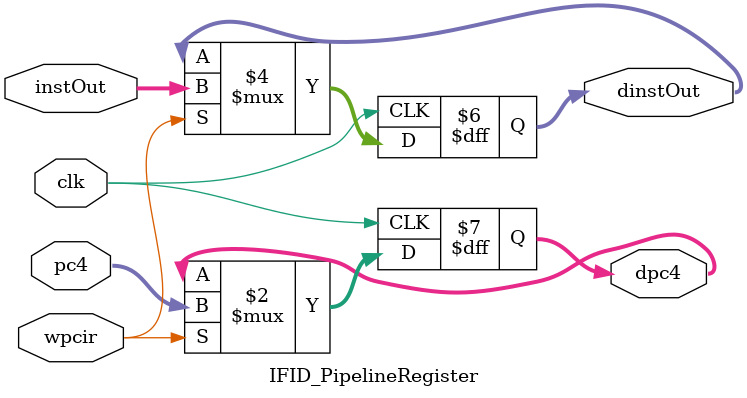
<source format=v>
`timescale 1ns / 1ps


module IFID_PipelineRegister(
    input clk,
    input wire wpcir,
    input wire [31:0] pc4,
    input wire [31:0] instOut,
    output reg [31:0] dinstOut,
    output reg [31:0] dpc4
);
     always @(posedge clk) begin
        if (wpcir) begin
            dinstOut <= instOut;
            dpc4 <= pc4;
        end
    end

endmodule
</source>
